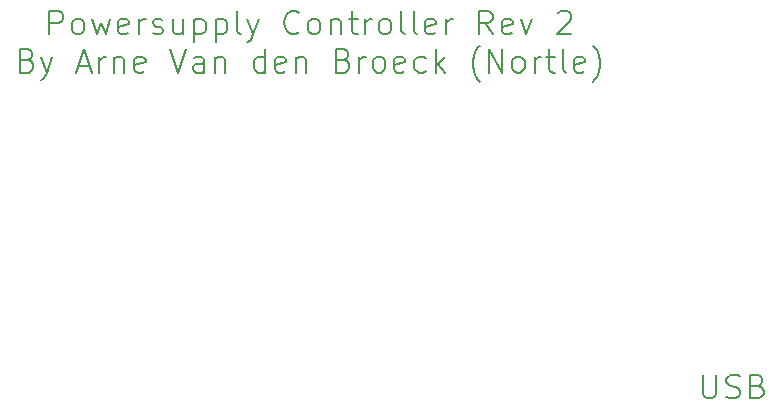
<source format=gbr>
%TF.GenerationSoftware,KiCad,Pcbnew,(5.99.0-9568-gb9d26a55f2)*%
%TF.CreationDate,2021-03-16T11:19:51+01:00*%
%TF.ProjectId,Controller Front,436f6e74-726f-46c6-9c65-722046726f6e,rev?*%
%TF.SameCoordinates,Original*%
%TF.FileFunction,Legend,Top*%
%TF.FilePolarity,Positive*%
%FSLAX46Y46*%
G04 Gerber Fmt 4.6, Leading zero omitted, Abs format (unit mm)*
G04 Created by KiCad (PCBNEW (5.99.0-9568-gb9d26a55f2)) date 2021-03-16 11:19:51*
%MOMM*%
%LPD*%
G01*
G04 APERTURE LIST*
%ADD10C,0.150000*%
G04 APERTURE END LIST*
D10*
X226076190Y-75904761D02*
X226076190Y-77523809D01*
X226171428Y-77714285D01*
X226266666Y-77809523D01*
X226457142Y-77904761D01*
X226838095Y-77904761D01*
X227028571Y-77809523D01*
X227123809Y-77714285D01*
X227219047Y-77523809D01*
X227219047Y-75904761D01*
X228076190Y-77809523D02*
X228361904Y-77904761D01*
X228838095Y-77904761D01*
X229028571Y-77809523D01*
X229123809Y-77714285D01*
X229219047Y-77523809D01*
X229219047Y-77333333D01*
X229123809Y-77142857D01*
X229028571Y-77047619D01*
X228838095Y-76952380D01*
X228457142Y-76857142D01*
X228266666Y-76761904D01*
X228171428Y-76666666D01*
X228076190Y-76476190D01*
X228076190Y-76285714D01*
X228171428Y-76095238D01*
X228266666Y-76000000D01*
X228457142Y-75904761D01*
X228933333Y-75904761D01*
X229219047Y-76000000D01*
X230742857Y-76857142D02*
X231028571Y-76952380D01*
X231123809Y-77047619D01*
X231219047Y-77238095D01*
X231219047Y-77523809D01*
X231123809Y-77714285D01*
X231028571Y-77809523D01*
X230838095Y-77904761D01*
X230076190Y-77904761D01*
X230076190Y-75904761D01*
X230742857Y-75904761D01*
X230933333Y-76000000D01*
X231028571Y-76095238D01*
X231123809Y-76285714D01*
X231123809Y-76476190D01*
X231028571Y-76666666D01*
X230933333Y-76761904D01*
X230742857Y-76857142D01*
X230076190Y-76857142D01*
X170752380Y-47094761D02*
X170752380Y-45094761D01*
X171514285Y-45094761D01*
X171704761Y-45190000D01*
X171800000Y-45285238D01*
X171895238Y-45475714D01*
X171895238Y-45761428D01*
X171800000Y-45951904D01*
X171704761Y-46047142D01*
X171514285Y-46142380D01*
X170752380Y-46142380D01*
X173038095Y-47094761D02*
X172847619Y-46999523D01*
X172752380Y-46904285D01*
X172657142Y-46713809D01*
X172657142Y-46142380D01*
X172752380Y-45951904D01*
X172847619Y-45856666D01*
X173038095Y-45761428D01*
X173323809Y-45761428D01*
X173514285Y-45856666D01*
X173609523Y-45951904D01*
X173704761Y-46142380D01*
X173704761Y-46713809D01*
X173609523Y-46904285D01*
X173514285Y-46999523D01*
X173323809Y-47094761D01*
X173038095Y-47094761D01*
X174371428Y-45761428D02*
X174752380Y-47094761D01*
X175133333Y-46142380D01*
X175514285Y-47094761D01*
X175895238Y-45761428D01*
X177419047Y-46999523D02*
X177228571Y-47094761D01*
X176847619Y-47094761D01*
X176657142Y-46999523D01*
X176561904Y-46809047D01*
X176561904Y-46047142D01*
X176657142Y-45856666D01*
X176847619Y-45761428D01*
X177228571Y-45761428D01*
X177419047Y-45856666D01*
X177514285Y-46047142D01*
X177514285Y-46237619D01*
X176561904Y-46428095D01*
X178371428Y-47094761D02*
X178371428Y-45761428D01*
X178371428Y-46142380D02*
X178466666Y-45951904D01*
X178561904Y-45856666D01*
X178752380Y-45761428D01*
X178942857Y-45761428D01*
X179514285Y-46999523D02*
X179704761Y-47094761D01*
X180085714Y-47094761D01*
X180276190Y-46999523D01*
X180371428Y-46809047D01*
X180371428Y-46713809D01*
X180276190Y-46523333D01*
X180085714Y-46428095D01*
X179800000Y-46428095D01*
X179609523Y-46332857D01*
X179514285Y-46142380D01*
X179514285Y-46047142D01*
X179609523Y-45856666D01*
X179800000Y-45761428D01*
X180085714Y-45761428D01*
X180276190Y-45856666D01*
X182085714Y-45761428D02*
X182085714Y-47094761D01*
X181228571Y-45761428D02*
X181228571Y-46809047D01*
X181323809Y-46999523D01*
X181514285Y-47094761D01*
X181800000Y-47094761D01*
X181990476Y-46999523D01*
X182085714Y-46904285D01*
X183038095Y-45761428D02*
X183038095Y-47761428D01*
X183038095Y-45856666D02*
X183228571Y-45761428D01*
X183609523Y-45761428D01*
X183800000Y-45856666D01*
X183895238Y-45951904D01*
X183990476Y-46142380D01*
X183990476Y-46713809D01*
X183895238Y-46904285D01*
X183800000Y-46999523D01*
X183609523Y-47094761D01*
X183228571Y-47094761D01*
X183038095Y-46999523D01*
X184847619Y-45761428D02*
X184847619Y-47761428D01*
X184847619Y-45856666D02*
X185038095Y-45761428D01*
X185419047Y-45761428D01*
X185609523Y-45856666D01*
X185704761Y-45951904D01*
X185800000Y-46142380D01*
X185800000Y-46713809D01*
X185704761Y-46904285D01*
X185609523Y-46999523D01*
X185419047Y-47094761D01*
X185038095Y-47094761D01*
X184847619Y-46999523D01*
X186942857Y-47094761D02*
X186752380Y-46999523D01*
X186657142Y-46809047D01*
X186657142Y-45094761D01*
X187514285Y-45761428D02*
X187990476Y-47094761D01*
X188466666Y-45761428D02*
X187990476Y-47094761D01*
X187800000Y-47570952D01*
X187704761Y-47666190D01*
X187514285Y-47761428D01*
X191895238Y-46904285D02*
X191800000Y-46999523D01*
X191514285Y-47094761D01*
X191323809Y-47094761D01*
X191038095Y-46999523D01*
X190847619Y-46809047D01*
X190752380Y-46618571D01*
X190657142Y-46237619D01*
X190657142Y-45951904D01*
X190752380Y-45570952D01*
X190847619Y-45380476D01*
X191038095Y-45190000D01*
X191323809Y-45094761D01*
X191514285Y-45094761D01*
X191800000Y-45190000D01*
X191895238Y-45285238D01*
X193038095Y-47094761D02*
X192847619Y-46999523D01*
X192752380Y-46904285D01*
X192657142Y-46713809D01*
X192657142Y-46142380D01*
X192752380Y-45951904D01*
X192847619Y-45856666D01*
X193038095Y-45761428D01*
X193323809Y-45761428D01*
X193514285Y-45856666D01*
X193609523Y-45951904D01*
X193704761Y-46142380D01*
X193704761Y-46713809D01*
X193609523Y-46904285D01*
X193514285Y-46999523D01*
X193323809Y-47094761D01*
X193038095Y-47094761D01*
X194561904Y-45761428D02*
X194561904Y-47094761D01*
X194561904Y-45951904D02*
X194657142Y-45856666D01*
X194847619Y-45761428D01*
X195133333Y-45761428D01*
X195323809Y-45856666D01*
X195419047Y-46047142D01*
X195419047Y-47094761D01*
X196085714Y-45761428D02*
X196847619Y-45761428D01*
X196371428Y-45094761D02*
X196371428Y-46809047D01*
X196466666Y-46999523D01*
X196657142Y-47094761D01*
X196847619Y-47094761D01*
X197514285Y-47094761D02*
X197514285Y-45761428D01*
X197514285Y-46142380D02*
X197609523Y-45951904D01*
X197704761Y-45856666D01*
X197895238Y-45761428D01*
X198085714Y-45761428D01*
X199038095Y-47094761D02*
X198847619Y-46999523D01*
X198752380Y-46904285D01*
X198657142Y-46713809D01*
X198657142Y-46142380D01*
X198752380Y-45951904D01*
X198847619Y-45856666D01*
X199038095Y-45761428D01*
X199323809Y-45761428D01*
X199514285Y-45856666D01*
X199609523Y-45951904D01*
X199704761Y-46142380D01*
X199704761Y-46713809D01*
X199609523Y-46904285D01*
X199514285Y-46999523D01*
X199323809Y-47094761D01*
X199038095Y-47094761D01*
X200847619Y-47094761D02*
X200657142Y-46999523D01*
X200561904Y-46809047D01*
X200561904Y-45094761D01*
X201895238Y-47094761D02*
X201704761Y-46999523D01*
X201609523Y-46809047D01*
X201609523Y-45094761D01*
X203419047Y-46999523D02*
X203228571Y-47094761D01*
X202847619Y-47094761D01*
X202657142Y-46999523D01*
X202561904Y-46809047D01*
X202561904Y-46047142D01*
X202657142Y-45856666D01*
X202847619Y-45761428D01*
X203228571Y-45761428D01*
X203419047Y-45856666D01*
X203514285Y-46047142D01*
X203514285Y-46237619D01*
X202561904Y-46428095D01*
X204371428Y-47094761D02*
X204371428Y-45761428D01*
X204371428Y-46142380D02*
X204466666Y-45951904D01*
X204561904Y-45856666D01*
X204752380Y-45761428D01*
X204942857Y-45761428D01*
X208276190Y-47094761D02*
X207609523Y-46142380D01*
X207133333Y-47094761D02*
X207133333Y-45094761D01*
X207895238Y-45094761D01*
X208085714Y-45190000D01*
X208180952Y-45285238D01*
X208276190Y-45475714D01*
X208276190Y-45761428D01*
X208180952Y-45951904D01*
X208085714Y-46047142D01*
X207895238Y-46142380D01*
X207133333Y-46142380D01*
X209895238Y-46999523D02*
X209704761Y-47094761D01*
X209323809Y-47094761D01*
X209133333Y-46999523D01*
X209038095Y-46809047D01*
X209038095Y-46047142D01*
X209133333Y-45856666D01*
X209323809Y-45761428D01*
X209704761Y-45761428D01*
X209895238Y-45856666D01*
X209990476Y-46047142D01*
X209990476Y-46237619D01*
X209038095Y-46428095D01*
X210657142Y-45761428D02*
X211133333Y-47094761D01*
X211609523Y-45761428D01*
X213800000Y-45285238D02*
X213895238Y-45190000D01*
X214085714Y-45094761D01*
X214561904Y-45094761D01*
X214752380Y-45190000D01*
X214847619Y-45285238D01*
X214942857Y-45475714D01*
X214942857Y-45666190D01*
X214847619Y-45951904D01*
X213704761Y-47094761D01*
X214942857Y-47094761D01*
X168895238Y-49267142D02*
X169180952Y-49362380D01*
X169276190Y-49457619D01*
X169371428Y-49648095D01*
X169371428Y-49933809D01*
X169276190Y-50124285D01*
X169180952Y-50219523D01*
X168990476Y-50314761D01*
X168228571Y-50314761D01*
X168228571Y-48314761D01*
X168895238Y-48314761D01*
X169085714Y-48410000D01*
X169180952Y-48505238D01*
X169276190Y-48695714D01*
X169276190Y-48886190D01*
X169180952Y-49076666D01*
X169085714Y-49171904D01*
X168895238Y-49267142D01*
X168228571Y-49267142D01*
X170038095Y-48981428D02*
X170514285Y-50314761D01*
X170990476Y-48981428D02*
X170514285Y-50314761D01*
X170323809Y-50790952D01*
X170228571Y-50886190D01*
X170038095Y-50981428D01*
X173180952Y-49743333D02*
X174133333Y-49743333D01*
X172990476Y-50314761D02*
X173657142Y-48314761D01*
X174323809Y-50314761D01*
X174990476Y-50314761D02*
X174990476Y-48981428D01*
X174990476Y-49362380D02*
X175085714Y-49171904D01*
X175180952Y-49076666D01*
X175371428Y-48981428D01*
X175561904Y-48981428D01*
X176228571Y-48981428D02*
X176228571Y-50314761D01*
X176228571Y-49171904D02*
X176323809Y-49076666D01*
X176514285Y-48981428D01*
X176800000Y-48981428D01*
X176990476Y-49076666D01*
X177085714Y-49267142D01*
X177085714Y-50314761D01*
X178800000Y-50219523D02*
X178609523Y-50314761D01*
X178228571Y-50314761D01*
X178038095Y-50219523D01*
X177942857Y-50029047D01*
X177942857Y-49267142D01*
X178038095Y-49076666D01*
X178228571Y-48981428D01*
X178609523Y-48981428D01*
X178800000Y-49076666D01*
X178895238Y-49267142D01*
X178895238Y-49457619D01*
X177942857Y-49648095D01*
X180990476Y-48314761D02*
X181657142Y-50314761D01*
X182323809Y-48314761D01*
X183847619Y-50314761D02*
X183847619Y-49267142D01*
X183752380Y-49076666D01*
X183561904Y-48981428D01*
X183180952Y-48981428D01*
X182990476Y-49076666D01*
X183847619Y-50219523D02*
X183657142Y-50314761D01*
X183180952Y-50314761D01*
X182990476Y-50219523D01*
X182895238Y-50029047D01*
X182895238Y-49838571D01*
X182990476Y-49648095D01*
X183180952Y-49552857D01*
X183657142Y-49552857D01*
X183847619Y-49457619D01*
X184800000Y-48981428D02*
X184800000Y-50314761D01*
X184800000Y-49171904D02*
X184895238Y-49076666D01*
X185085714Y-48981428D01*
X185371428Y-48981428D01*
X185561904Y-49076666D01*
X185657142Y-49267142D01*
X185657142Y-50314761D01*
X188990476Y-50314761D02*
X188990476Y-48314761D01*
X188990476Y-50219523D02*
X188800000Y-50314761D01*
X188419047Y-50314761D01*
X188228571Y-50219523D01*
X188133333Y-50124285D01*
X188038095Y-49933809D01*
X188038095Y-49362380D01*
X188133333Y-49171904D01*
X188228571Y-49076666D01*
X188419047Y-48981428D01*
X188800000Y-48981428D01*
X188990476Y-49076666D01*
X190704761Y-50219523D02*
X190514285Y-50314761D01*
X190133333Y-50314761D01*
X189942857Y-50219523D01*
X189847619Y-50029047D01*
X189847619Y-49267142D01*
X189942857Y-49076666D01*
X190133333Y-48981428D01*
X190514285Y-48981428D01*
X190704761Y-49076666D01*
X190800000Y-49267142D01*
X190800000Y-49457619D01*
X189847619Y-49648095D01*
X191657142Y-48981428D02*
X191657142Y-50314761D01*
X191657142Y-49171904D02*
X191752380Y-49076666D01*
X191942857Y-48981428D01*
X192228571Y-48981428D01*
X192419047Y-49076666D01*
X192514285Y-49267142D01*
X192514285Y-50314761D01*
X195657142Y-49267142D02*
X195942857Y-49362380D01*
X196038095Y-49457619D01*
X196133333Y-49648095D01*
X196133333Y-49933809D01*
X196038095Y-50124285D01*
X195942857Y-50219523D01*
X195752380Y-50314761D01*
X194990476Y-50314761D01*
X194990476Y-48314761D01*
X195657142Y-48314761D01*
X195847619Y-48410000D01*
X195942857Y-48505238D01*
X196038095Y-48695714D01*
X196038095Y-48886190D01*
X195942857Y-49076666D01*
X195847619Y-49171904D01*
X195657142Y-49267142D01*
X194990476Y-49267142D01*
X196990476Y-50314761D02*
X196990476Y-48981428D01*
X196990476Y-49362380D02*
X197085714Y-49171904D01*
X197180952Y-49076666D01*
X197371428Y-48981428D01*
X197561904Y-48981428D01*
X198514285Y-50314761D02*
X198323809Y-50219523D01*
X198228571Y-50124285D01*
X198133333Y-49933809D01*
X198133333Y-49362380D01*
X198228571Y-49171904D01*
X198323809Y-49076666D01*
X198514285Y-48981428D01*
X198800000Y-48981428D01*
X198990476Y-49076666D01*
X199085714Y-49171904D01*
X199180952Y-49362380D01*
X199180952Y-49933809D01*
X199085714Y-50124285D01*
X198990476Y-50219523D01*
X198800000Y-50314761D01*
X198514285Y-50314761D01*
X200800000Y-50219523D02*
X200609523Y-50314761D01*
X200228571Y-50314761D01*
X200038095Y-50219523D01*
X199942857Y-50029047D01*
X199942857Y-49267142D01*
X200038095Y-49076666D01*
X200228571Y-48981428D01*
X200609523Y-48981428D01*
X200800000Y-49076666D01*
X200895238Y-49267142D01*
X200895238Y-49457619D01*
X199942857Y-49648095D01*
X202609523Y-50219523D02*
X202419047Y-50314761D01*
X202038095Y-50314761D01*
X201847619Y-50219523D01*
X201752380Y-50124285D01*
X201657142Y-49933809D01*
X201657142Y-49362380D01*
X201752380Y-49171904D01*
X201847619Y-49076666D01*
X202038095Y-48981428D01*
X202419047Y-48981428D01*
X202609523Y-49076666D01*
X203466666Y-50314761D02*
X203466666Y-48314761D01*
X203657142Y-49552857D02*
X204228571Y-50314761D01*
X204228571Y-48981428D02*
X203466666Y-49743333D01*
X207180952Y-51076666D02*
X207085714Y-50981428D01*
X206895238Y-50695714D01*
X206800000Y-50505238D01*
X206704761Y-50219523D01*
X206609523Y-49743333D01*
X206609523Y-49362380D01*
X206704761Y-48886190D01*
X206800000Y-48600476D01*
X206895238Y-48410000D01*
X207085714Y-48124285D01*
X207180952Y-48029047D01*
X207942857Y-50314761D02*
X207942857Y-48314761D01*
X209085714Y-50314761D01*
X209085714Y-48314761D01*
X210323809Y-50314761D02*
X210133333Y-50219523D01*
X210038095Y-50124285D01*
X209942857Y-49933809D01*
X209942857Y-49362380D01*
X210038095Y-49171904D01*
X210133333Y-49076666D01*
X210323809Y-48981428D01*
X210609523Y-48981428D01*
X210800000Y-49076666D01*
X210895238Y-49171904D01*
X210990476Y-49362380D01*
X210990476Y-49933809D01*
X210895238Y-50124285D01*
X210800000Y-50219523D01*
X210609523Y-50314761D01*
X210323809Y-50314761D01*
X211847619Y-50314761D02*
X211847619Y-48981428D01*
X211847619Y-49362380D02*
X211942857Y-49171904D01*
X212038095Y-49076666D01*
X212228571Y-48981428D01*
X212419047Y-48981428D01*
X212800000Y-48981428D02*
X213561904Y-48981428D01*
X213085714Y-48314761D02*
X213085714Y-50029047D01*
X213180952Y-50219523D01*
X213371428Y-50314761D01*
X213561904Y-50314761D01*
X214514285Y-50314761D02*
X214323809Y-50219523D01*
X214228571Y-50029047D01*
X214228571Y-48314761D01*
X216038095Y-50219523D02*
X215847619Y-50314761D01*
X215466666Y-50314761D01*
X215276190Y-50219523D01*
X215180952Y-50029047D01*
X215180952Y-49267142D01*
X215276190Y-49076666D01*
X215466666Y-48981428D01*
X215847619Y-48981428D01*
X216038095Y-49076666D01*
X216133333Y-49267142D01*
X216133333Y-49457619D01*
X215180952Y-49648095D01*
X216800000Y-51076666D02*
X216895238Y-50981428D01*
X217085714Y-50695714D01*
X217180952Y-50505238D01*
X217276190Y-50219523D01*
X217371428Y-49743333D01*
X217371428Y-49362380D01*
X217276190Y-48886190D01*
X217180952Y-48600476D01*
X217085714Y-48410000D01*
X216895238Y-48124285D01*
X216800000Y-48029047D01*
M02*

</source>
